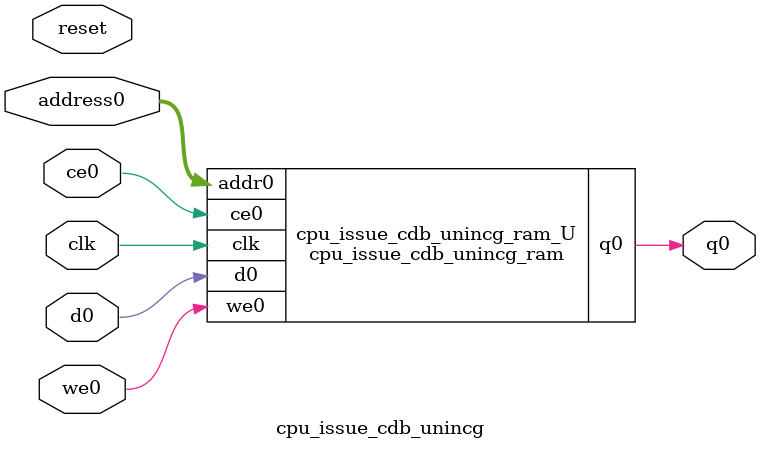
<source format=v>

`timescale 1 ns / 1 ps
module cpu_issue_cdb_unincg_ram (addr0, ce0, d0, we0, q0,  clk);

parameter DWIDTH = 1;
parameter AWIDTH = 2;
parameter MEM_SIZE = 4;

input[AWIDTH-1:0] addr0;
input ce0;
input[DWIDTH-1:0] d0;
input we0;
output reg[DWIDTH-1:0] q0;
input clk;

(* ram_style = "distributed" *)reg [DWIDTH-1:0] ram[0:MEM_SIZE-1];




always @(posedge clk)  
begin 
    if (ce0) 
    begin
        if (we0) 
        begin 
            ram[addr0] <= d0; 
            q0 <= d0;
        end 
        else 
            q0 <= ram[addr0];
    end
end


endmodule


`timescale 1 ns / 1 ps
module cpu_issue_cdb_unincg(
    reset,
    clk,
    address0,
    ce0,
    we0,
    d0,
    q0);

parameter DataWidth = 32'd1;
parameter AddressRange = 32'd4;
parameter AddressWidth = 32'd2;
input reset;
input clk;
input[AddressWidth - 1:0] address0;
input ce0;
input we0;
input[DataWidth - 1:0] d0;
output[DataWidth - 1:0] q0;



cpu_issue_cdb_unincg_ram cpu_issue_cdb_unincg_ram_U(
    .clk( clk ),
    .addr0( address0 ),
    .ce0( ce0 ),
    .we0( we0 ),
    .d0( d0 ),
    .q0( q0 ));

endmodule


</source>
